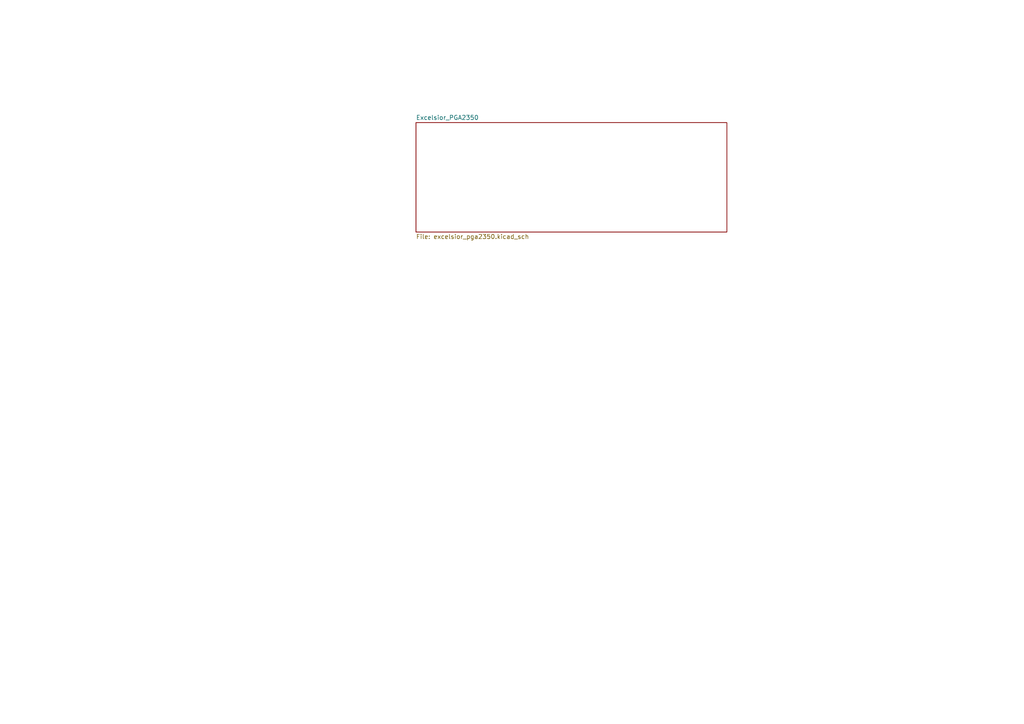
<source format=kicad_sch>
(kicad_sch
	(version 20250114)
	(generator "eeschema")
	(generator_version "9.0")
	(uuid "68aab48b-d026-4610-86b4-a3277e874325")
	(paper "A4")
	(lib_symbols)
	(sheet
		(at 120.65 35.56)
		(size 90.17 31.75)
		(exclude_from_sim no)
		(in_bom yes)
		(on_board yes)
		(dnp no)
		(fields_autoplaced yes)
		(stroke
			(width 0.1524)
			(type solid)
		)
		(fill
			(color 0 0 0 0.0000)
		)
		(uuid "652b26cd-b3f5-4845-8329-22e46032dc83")
		(property "Sheetname" "Excelsior_PGA2350"
			(at 120.65 34.8484 0)
			(effects
				(font
					(size 1.27 1.27)
				)
				(justify left bottom)
			)
		)
		(property "Sheetfile" "excelsior_pga2350.kicad_sch"
			(at 120.65 67.8946 0)
			(effects
				(font
					(size 1.27 1.27)
				)
				(justify left top)
			)
		)
		(instances
			(project "excelsior"
				(path "/68aab48b-d026-4610-86b4-a3277e874325"
					(page "2")
				)
			)
		)
	)
	(sheet_instances
		(path "/"
			(page "1")
		)
	)
	(embedded_fonts no)
)

</source>
